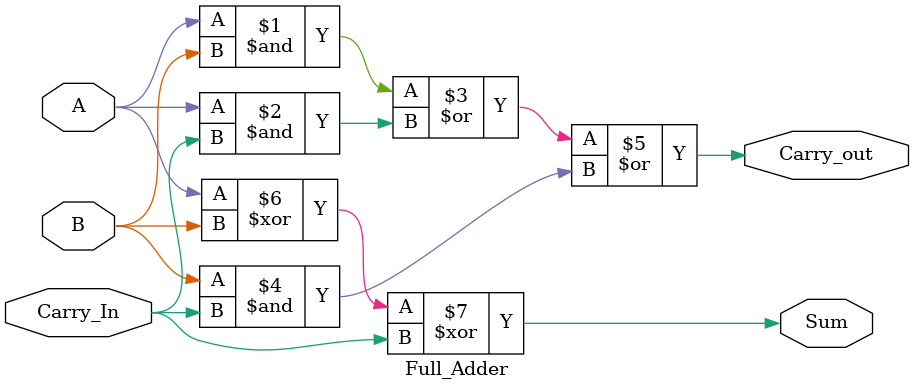
<source format=v>
module Full_Adder (
    input A,
    input B,
    input Carry_In,
    output Sum,
    output Carry_out
);
    assign Carry_out = A & B | A & Carry_In | B & Carry_In;
    assign Sum = A ^ B ^ Carry_In;
endmodule
</source>
